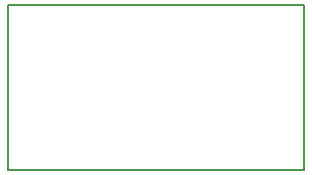
<source format=gbr>
%TF.GenerationSoftware,KiCad,Pcbnew,5.0.0-fee4fd1~66~ubuntu16.04.1*%
%TF.CreationDate,2018-09-04T19:38:39-03:00*%
%TF.ProjectId,tourk5,746F75726B352E6B696361645F706362,1*%
%TF.SameCoordinates,Original*%
%TF.FileFunction,Profile,NP*%
%FSLAX46Y46*%
G04 Gerber Fmt 4.6, Leading zero omitted, Abs format (unit mm)*
G04 Created by KiCad (PCBNEW 5.0.0-fee4fd1~66~ubuntu16.04.1) date Tue Sep  4 19:38:39 2018*
%MOMM*%
%LPD*%
G01*
G04 APERTURE LIST*
%ADD10C,0.150000*%
G04 APERTURE END LIST*
D10*
X152000000Y-110000000D02*
X152000000Y-96000000D01*
X148000000Y-96000000D02*
X152000000Y-96000000D01*
X152000000Y-110000000D02*
X148000000Y-110000000D01*
X148000000Y-96000000D02*
X127000000Y-96000000D01*
X127000000Y-110000000D02*
X148000000Y-110000000D01*
X127000000Y-96000000D02*
X127000000Y-96000000D01*
X127000000Y-96000000D02*
X127000000Y-110000000D01*
M02*

</source>
